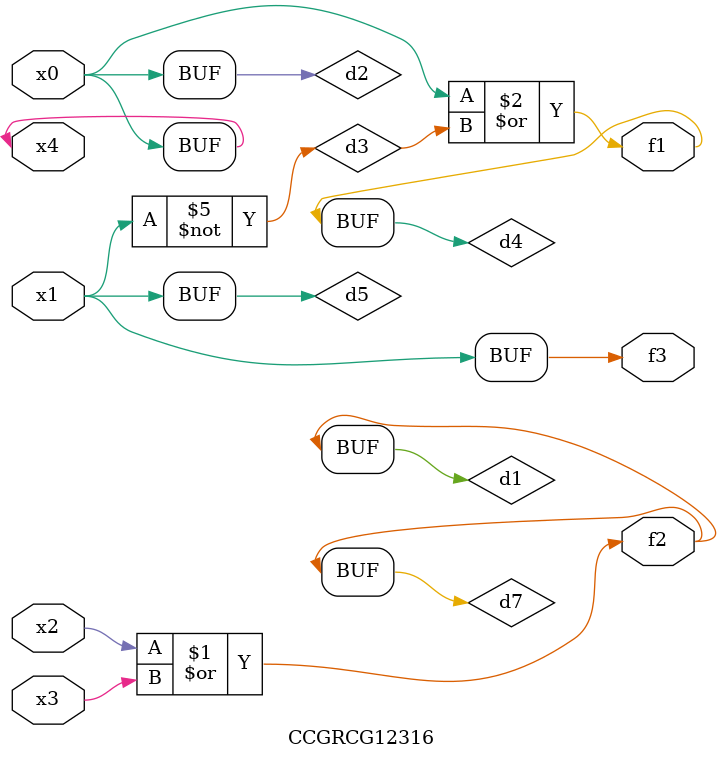
<source format=v>
module CCGRCG12316(
	input x0, x1, x2, x3, x4,
	output f1, f2, f3
);

	wire d1, d2, d3, d4, d5, d6, d7;

	or (d1, x2, x3);
	buf (d2, x0, x4);
	not (d3, x1);
	or (d4, d2, d3);
	not (d5, d3);
	nand (d6, d1, d3);
	or (d7, d1);
	assign f1 = d4;
	assign f2 = d7;
	assign f3 = d5;
endmodule

</source>
